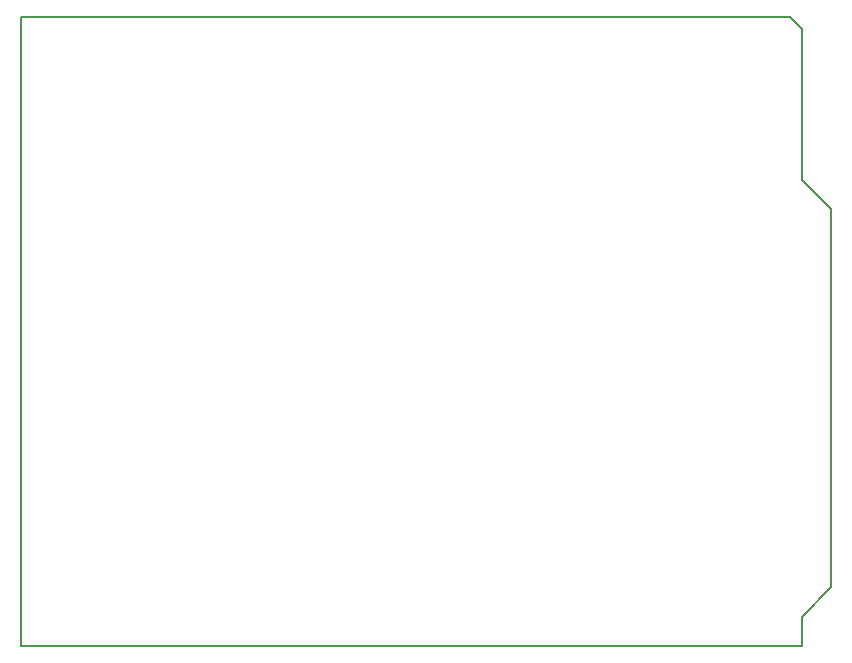
<source format=gbr>
G04 #@! TF.GenerationSoftware,KiCad,Pcbnew,(5.0.1)-4*
G04 #@! TF.CreationDate,2018-11-20T23:07:17-05:00*
G04 #@! TF.ProjectId,Custom Arduino,437573746F6D2041726475696E6F2E6B,rev?*
G04 #@! TF.SameCoordinates,Original*
G04 #@! TF.FileFunction,Profile,NP*
%FSLAX46Y46*%
G04 Gerber Fmt 4.6, Leading zero omitted, Abs format (unit mm)*
G04 Created by KiCad (PCBNEW (5.0.1)-4) date 2018-11-20 11:07:17 PM*
%MOMM*%
%LPD*%
G01*
G04 APERTURE LIST*
%ADD10C,0.150000*%
G04 APERTURE END LIST*
D10*
X165100000Y-60000000D02*
X166100000Y-61000000D01*
X166100000Y-61000000D02*
X166100000Y-73800000D01*
X168600000Y-76300000D02*
X166100000Y-73800000D01*
X168600000Y-108300000D02*
X168600000Y-76300000D01*
X166100000Y-110800000D02*
X168600000Y-108300000D01*
X166100000Y-113300000D02*
X166100000Y-110800000D01*
X100000000Y-113300000D02*
X166100000Y-113300000D01*
X100000000Y-60000000D02*
X100000000Y-113300000D01*
X100000000Y-60000000D02*
X165100000Y-60000000D01*
M02*

</source>
